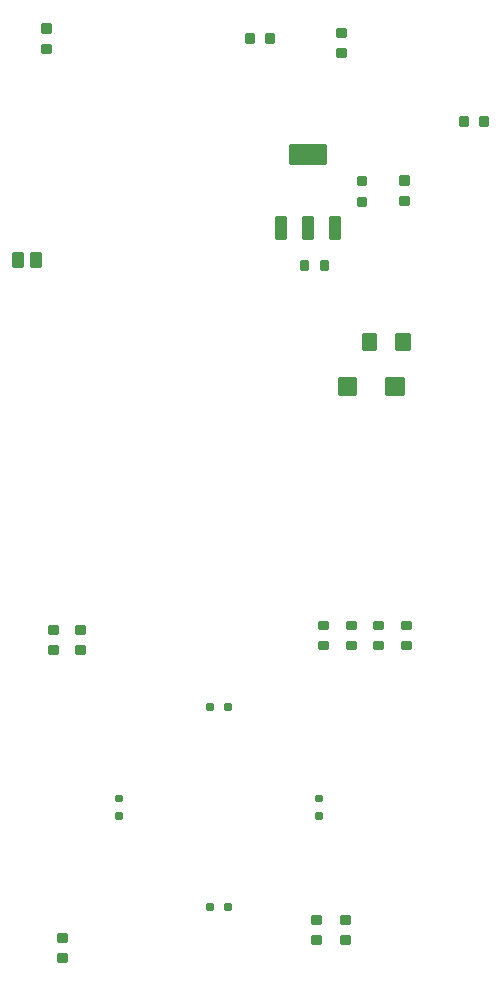
<source format=gtp>
G75*
G70*
%OFA0B0*%
%FSLAX24Y24*%
%IPPOS*%
%LPD*%
%AMOC8*
5,1,8,0,0,1.08239X$1,22.5*
%
%ADD10C,0.0161*%
%ADD11C,0.0159*%
%ADD12C,0.0157*%
%ADD13C,0.0161*%
%ADD14C,0.0161*%
%ADD15C,0.0159*%
%ADD16C,0.0158*%
D10*
X023547Y018872D02*
X023547Y019026D01*
X023547Y018872D02*
X023353Y018872D01*
X023353Y019026D01*
X023547Y019026D01*
X023547Y019542D02*
X023547Y019696D01*
X023547Y019542D02*
X023353Y019542D01*
X023353Y019696D01*
X023547Y019696D01*
X023950Y029139D02*
X023950Y029293D01*
X024144Y029293D01*
X024144Y029139D01*
X023950Y029139D01*
X023950Y029808D02*
X023950Y029962D01*
X024144Y029962D01*
X024144Y029808D01*
X023950Y029808D01*
X023253Y029816D02*
X023253Y029970D01*
X023253Y029816D02*
X023059Y029816D01*
X023059Y029970D01*
X023253Y029970D01*
X023253Y029300D02*
X023253Y029146D01*
X023059Y029146D01*
X023059Y029300D01*
X023253Y029300D01*
X031833Y020302D02*
X031833Y020148D01*
X031833Y020302D02*
X032027Y020302D01*
X032027Y020148D01*
X031833Y020148D01*
X031833Y019632D02*
X031833Y019478D01*
X031833Y019632D02*
X032027Y019632D01*
X032027Y019478D01*
X031833Y019478D01*
X032787Y019473D02*
X032787Y019627D01*
X032981Y019627D01*
X032981Y019473D01*
X032787Y019473D01*
X032787Y020143D02*
X032787Y020297D01*
X032981Y020297D01*
X032981Y020143D01*
X032787Y020143D01*
X032985Y029301D02*
X032985Y029455D01*
X033179Y029455D01*
X033179Y029301D01*
X032985Y029301D01*
X032985Y029970D02*
X032985Y030124D01*
X033179Y030124D01*
X033179Y029970D01*
X032985Y029970D01*
X032060Y029970D02*
X032060Y030124D01*
X032254Y030124D01*
X032254Y029970D01*
X032060Y029970D01*
X032060Y029455D02*
X032060Y029301D01*
X032060Y029455D02*
X032254Y029455D01*
X032254Y029301D01*
X032060Y029301D01*
X033910Y029301D02*
X033910Y029455D01*
X034104Y029455D01*
X034104Y029301D01*
X033910Y029301D01*
X033910Y029970D02*
X033910Y030124D01*
X034104Y030124D01*
X034104Y029970D01*
X033910Y029970D01*
X034835Y029970D02*
X034835Y030124D01*
X035029Y030124D01*
X035029Y029970D01*
X034835Y029970D01*
X034835Y029455D02*
X034835Y029301D01*
X034835Y029455D02*
X035029Y029455D01*
X035029Y029301D01*
X034835Y029301D01*
X032269Y042151D02*
X032115Y042151D01*
X032269Y042151D02*
X032269Y041957D01*
X032115Y041957D01*
X032115Y042151D01*
X032115Y042117D02*
X032269Y042117D01*
X031600Y042151D02*
X031446Y042151D01*
X031600Y042151D02*
X031600Y041957D01*
X031446Y041957D01*
X031446Y042151D01*
X031446Y042117D02*
X031600Y042117D01*
X032864Y049045D02*
X032864Y049199D01*
X032864Y049045D02*
X032670Y049045D01*
X032670Y049199D01*
X032864Y049199D01*
X032864Y049714D02*
X032864Y049868D01*
X032864Y049714D02*
X032670Y049714D01*
X032670Y049868D01*
X032864Y049868D01*
X030462Y049517D02*
X030308Y049517D01*
X030308Y049711D01*
X030462Y049711D01*
X030462Y049517D01*
X030462Y049677D02*
X030308Y049677D01*
X029793Y049517D02*
X029639Y049517D01*
X029639Y049711D01*
X029793Y049711D01*
X029793Y049517D01*
X029793Y049677D02*
X029639Y049677D01*
X036765Y046741D02*
X036919Y046741D01*
X036765Y046741D02*
X036765Y046935D01*
X036919Y046935D01*
X036919Y046741D01*
X036919Y046901D02*
X036765Y046901D01*
X037434Y046741D02*
X037588Y046741D01*
X037434Y046741D02*
X037434Y046935D01*
X037588Y046935D01*
X037588Y046741D01*
X037588Y046901D02*
X037434Y046901D01*
D11*
X034771Y044963D02*
X034771Y044791D01*
X034771Y044963D02*
X034955Y044963D01*
X034955Y044791D01*
X034771Y044791D01*
X034771Y044949D02*
X034955Y044949D01*
X034771Y044274D02*
X034771Y044102D01*
X034771Y044274D02*
X034955Y044274D01*
X034955Y044102D01*
X034771Y044102D01*
X034771Y044260D02*
X034955Y044260D01*
X033344Y044257D02*
X033344Y044085D01*
X033344Y044257D02*
X033528Y044257D01*
X033528Y044085D01*
X033344Y044085D01*
X033344Y044243D02*
X033528Y044243D01*
X033344Y044774D02*
X033344Y044946D01*
X033528Y044946D01*
X033528Y044774D01*
X033344Y044774D01*
X033344Y044932D02*
X033528Y044932D01*
X022841Y049167D02*
X022841Y049339D01*
X023025Y049339D01*
X023025Y049167D01*
X022841Y049167D01*
X022841Y049325D02*
X023025Y049325D01*
X022841Y049856D02*
X022841Y050028D01*
X023025Y050028D01*
X023025Y049856D01*
X022841Y049856D01*
X022841Y050014D02*
X023025Y050014D01*
D12*
X032731Y038256D02*
X033205Y038256D01*
X033205Y037782D01*
X032731Y037782D01*
X032731Y038256D01*
X032731Y037938D02*
X033205Y037938D01*
X033205Y038094D02*
X032731Y038094D01*
X032731Y038250D02*
X033205Y038250D01*
X034305Y038256D02*
X034779Y038256D01*
X034779Y037782D01*
X034305Y037782D01*
X034305Y038256D01*
X034305Y037938D02*
X034779Y037938D01*
X034779Y038094D02*
X034305Y038094D01*
X034305Y038250D02*
X034779Y038250D01*
D13*
X034635Y039700D02*
X034979Y039700D01*
X034979Y039276D01*
X034635Y039276D01*
X034635Y039700D01*
X034635Y039436D02*
X034979Y039436D01*
X034979Y039596D02*
X034635Y039596D01*
X033859Y039700D02*
X033515Y039700D01*
X033859Y039700D02*
X033859Y039276D01*
X033515Y039276D01*
X033515Y039700D01*
X033515Y039436D02*
X033859Y039436D01*
X033859Y039596D02*
X033515Y039596D01*
X029014Y027376D02*
X029014Y027284D01*
X028922Y027284D01*
X028922Y027376D01*
X029014Y027376D01*
X028423Y027376D02*
X028423Y027284D01*
X028331Y027284D01*
X028331Y027376D01*
X028423Y027376D01*
X025392Y024325D02*
X025300Y024325D01*
X025392Y024325D02*
X025392Y024233D01*
X025300Y024233D01*
X025300Y024325D01*
X025300Y023735D02*
X025392Y023735D01*
X025392Y023643D01*
X025300Y023643D01*
X025300Y023735D01*
X028423Y020703D02*
X028423Y020611D01*
X028331Y020611D01*
X028331Y020703D01*
X028423Y020703D01*
X029014Y020703D02*
X029014Y020611D01*
X028922Y020611D01*
X028922Y020703D01*
X029014Y020703D01*
X031953Y023735D02*
X032045Y023735D01*
X032045Y023643D01*
X031953Y023643D01*
X031953Y023735D01*
X031953Y024325D02*
X032045Y024325D01*
X032045Y024233D01*
X031953Y024233D01*
X031953Y024325D01*
D14*
X031757Y042983D02*
X031533Y042983D01*
X031533Y043607D01*
X031757Y043607D01*
X031757Y042983D01*
X031757Y043143D02*
X031533Y043143D01*
X031533Y043303D02*
X031757Y043303D01*
X031757Y043463D02*
X031533Y043463D01*
X030847Y042983D02*
X030623Y042983D01*
X030623Y043607D01*
X030847Y043607D01*
X030847Y042983D01*
X030847Y043143D02*
X030623Y043143D01*
X030623Y043303D02*
X030847Y043303D01*
X030847Y043463D02*
X030623Y043463D01*
X032443Y042983D02*
X032667Y042983D01*
X032443Y042983D02*
X032443Y043607D01*
X032667Y043607D01*
X032667Y042983D01*
X032667Y043143D02*
X032443Y043143D01*
X032443Y043303D02*
X032667Y043303D01*
X032667Y043463D02*
X032443Y043463D01*
D15*
X032188Y045468D02*
X031102Y045468D01*
X031102Y046002D01*
X032188Y046002D01*
X032188Y045468D01*
X032188Y045626D02*
X031102Y045626D01*
X031102Y045784D02*
X032188Y045784D01*
X032188Y045942D02*
X031102Y045942D01*
D16*
X022680Y042422D02*
X022470Y042422D01*
X022680Y042422D02*
X022680Y042042D01*
X022470Y042042D01*
X022470Y042422D01*
X022470Y042199D02*
X022680Y042199D01*
X022680Y042356D02*
X022470Y042356D01*
X022080Y042422D02*
X021870Y042422D01*
X022080Y042422D02*
X022080Y042042D01*
X021870Y042042D01*
X021870Y042422D01*
X021870Y042199D02*
X022080Y042199D01*
X022080Y042356D02*
X021870Y042356D01*
M02*

</source>
